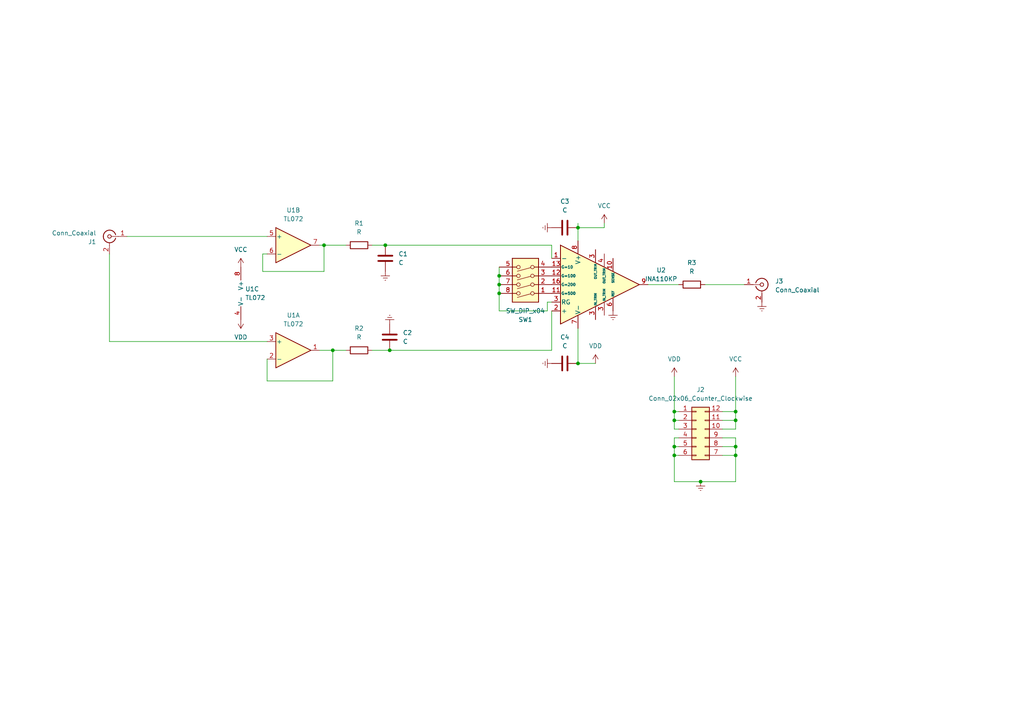
<source format=kicad_sch>
(kicad_sch (version 20230121) (generator eeschema)
  (paper "A4")
  (lib_symbols
    (symbol "Amplifier_Instrumentation_AKL:INA110KP" (pin_names (offset 0.2))
      (property "Reference" "U" (at 10.16 7.62 0))
      (property "Value" "INA110KP" (at 10.16 5.08 0))
      (symbol "INA110KP_0_1"
        (polyline (pts (xy -8.89 11.43) (xy -8.89 -11.43) (xy 13.97 0) (xy -8.89 11.43)) (stroke (width 0.254)) (fill (type background)))
      )
      (symbol "INA110KP_1_1"
        (pin input line (at -11.43 7.62 0) (length 2.54) (name "-") (number "1"))
        (pin input line (at 6.35 7.62 270) (length 3.81) (name "SENSE") (number "10"))
        (pin passive line (at -11.43 -2.54 0) (length 2.54) (name "G=500") (number "11"))
        (pin passive line (at -11.43 2.54 0) (length 2.54) (name "G=100") (number "12"))
        (pin passive line (at -11.43 5.08 0) (length 2.54) (name "G=10") (number "13"))
        (pin passive line (at -11.43 0 0) (length 2.54) (name "G=200") (number "16"))
        (pin input line (at -11.43 -7.62 0) (length 2.54) (name "+") (number "2"))
        (pin passive line (at 1.27 -10.16 90) (length 3.81) (name "IN_TRIM") (number "3"))
        (pin passive line (at 3.81 -8.89 90) (length 3.81) (name "IN_TRIM") (number "3"))
        (pin passive line (at 1.27 10.16 270) (length 3.81) (name "OUT_TRIM") (number "3"))
        (pin passive line (at -11.43 -5.08 0) (length 2.54) (name "RG") (number "3"))
        (pin passive line (at 3.81 8.89 270) (length 3.81) (name "OUT_TRIM") (number "4"))
        (pin input line (at 6.35 -7.62 90) (length 3.81) (name "REF") (number "6"))
        (pin power_in line (at -3.81 -12.7 90) (length 3.81) (name "V-") (number "7"))
        (pin power_in line (at -3.81 12.7 270) (length 3.81) (name "V+") (number "8"))
        (pin output line (at 16.51 0 180) (length 2.54) (name "~") (number "9"))
      )
    )
    (symbol "Amplifier_Operational:TL072" (pin_names (offset 0.127))
      (property "Reference" "U" (at 0 5.08 0))
      (property "Value" "TL072" (at 0 -5.08 0))
      (symbol "TL072_1_1"
        (polyline (pts (xy -5.08 5.08) (xy 5.08 0) (xy -5.08 -5.08) (xy -5.08 5.08)) (stroke (width 0.254)) (fill (type background)))
        (pin output line (at 7.62 0 180) (length 2.54) (name "~") (number "1"))
        (pin input line (at -7.62 -2.54 0) (length 2.54) (name "-") (number "2"))
        (pin input line (at -7.62 2.54 0) (length 2.54) (name "+") (number "3"))
      )
      (symbol "TL072_2_1"
        (polyline (pts (xy -5.08 5.08) (xy 5.08 0) (xy -5.08 -5.08) (xy -5.08 5.08)) (stroke (width 0.254)) (fill (type background)))
        (pin input line (at -7.62 2.54 0) (length 2.54) (name "+") (number "5"))
        (pin input line (at -7.62 -2.54 0) (length 2.54) (name "-") (number "6"))
        (pin output line (at 7.62 0 180) (length 2.54) (name "~") (number "7"))
      )
      (symbol "TL072_3_1"
        (pin power_in line (at -2.54 -7.62 90) (length 3.81) (name "V-") (number "4"))
        (pin power_in line (at -2.54 7.62 270) (length 3.81) (name "V+") (number "8"))
      )
    )
    (symbol "Connector:Conn_Coaxial" (pin_names (offset 1.016) hide)
      (property "Reference" "J" (at 0.254 3.048 0))
      (property "Value" "Conn_Coaxial" (at 2.921 0 90))
      (symbol "Conn_Coaxial_0_1"
        (arc (start -1.778 -0.508) (mid 0.2311 -1.8066) (end 1.778 0) (stroke (width 0.254)))
        (polyline (pts (xy -2.54 0) (xy -0.508 0)))
        (polyline (pts (xy 0 -2.54) (xy 0 -1.778)))
        (circle (center 0 0) (radius 0.508) (stroke (width 0.2032)))
        (arc (start 1.778 0) (mid 0.2099 1.8101) (end -1.778 0.508) (stroke (width 0.254)))
      )
      (symbol "Conn_Coaxial_1_1"
        (pin passive line (at -5.08 0 0) (length 2.54) (name "In") (number "1"))
        (pin passive line (at 0 -5.08 90) (length 2.54) (name "Ext") (number "2"))
      )
    )
    (symbol "Connector_Generic:Conn_02x06_Counter_Clockwise" (pin_names (offset 1.016) hide)
      (property "Reference" "J" (at 1.27 7.62 0))
      (property "Value" "Conn_02x06_Counter_Clockwise" (at 1.27 -10.16 0))
      (symbol "Conn_02x06_Counter_Clockwise_1_1"
        (rectangle (start -1.27 -7.493) (end 0 -7.747) (stroke (width 0.1524)))
        (rectangle (start -1.27 -4.953) (end 0 -5.207) (stroke (width 0.1524)))
        (rectangle (start -1.27 -2.413) (end 0 -2.667) (stroke (width 0.1524)))
        (rectangle (start -1.27 0.127) (end 0 -0.127) (stroke (width 0.1524)))
        (rectangle (start -1.27 2.667) (end 0 2.413) (stroke (width 0.1524)))
        (rectangle (start -1.27 5.207) (end 0 4.953) (stroke (width 0.1524)))
        (rectangle (start -1.27 6.35) (end 3.81 -8.89) (stroke (width 0.254)) (fill (type background)))
        (rectangle (start 3.81 -7.493) (end 2.54 -7.747) (stroke (width 0.1524)))
        (rectangle (start 3.81 -4.953) (end 2.54 -5.207) (stroke (width 0.1524)))
        (rectangle (start 3.81 -2.413) (end 2.54 -2.667) (stroke (width 0.1524)))
        (rectangle (start 3.81 0.127) (end 2.54 -0.127) (stroke (width 0.1524)))
        (rectangle (start 3.81 2.667) (end 2.54 2.413) (stroke (width 0.1524)))
        (rectangle (start 3.81 5.207) (end 2.54 4.953) (stroke (width 0.1524)))
        (pin passive line (at -5.08 5.08 0) (length 3.81) (name "Pin_1") (number "1"))
        (pin passive line (at 7.62 0 180) (length 3.81) (name "Pin_10") (number "10"))
        (pin passive line (at 7.62 2.54 180) (length 3.81) (name "Pin_11") (number "11"))
        (pin passive line (at 7.62 5.08 180) (length 3.81) (name "Pin_12") (number "12"))
        (pin passive line (at -5.08 2.54 0) (length 3.81) (name "Pin_2") (number "2"))
        (pin passive line (at -5.08 0 0) (length 3.81) (name "Pin_3") (number "3"))
        (pin passive line (at -5.08 -2.54 0) (length 3.81) (name "Pin_4") (number "4"))
        (pin passive line (at -5.08 -5.08 0) (length 3.81) (name "Pin_5") (number "5"))
        (pin passive line (at -5.08 -7.62 0) (length 3.81) (name "Pin_6") (number "6"))
        (pin passive line (at 7.62 -7.62 180) (length 3.81) (name "Pin_7") (number "7"))
        (pin passive line (at 7.62 -5.08 180) (length 3.81) (name "Pin_8") (number "8"))
        (pin passive line (at 7.62 -2.54 180) (length 3.81) (name "Pin_9") (number "9"))
      )
    )
    (symbol "Device:C" (pin_numbers hide) (pin_names (offset 0.254))
      (property "Reference" "C" (at 0.635 2.54 0))
      (property "Value" "C" (at 0.635 -2.54 0))
      (symbol "C_0_1"
        (polyline (pts (xy -2.032 -0.762) (xy 2.032 -0.762)) (stroke (width 0.508)))
        (polyline (pts (xy -2.032 0.762) (xy 2.032 0.762)) (stroke (width 0.508)))
      )
      (symbol "C_1_1"
        (pin passive line (at 0 3.81 270) (length 2.794) (name "~") (number "1"))
        (pin passive line (at 0 -3.81 90) (length 2.794) (name "~") (number "2"))
      )
    )
    (symbol "Device:R" (pin_numbers hide) (pin_names (offset 0))
      (property "Reference" "R" (at 2.032 0 90))
      (property "Value" "R" (at 0 0 90))
      (symbol "R_0_1"
        (rectangle (start -1.016 -2.54) (end 1.016 2.54) (stroke (width 0.254)))
      )
      (symbol "R_1_1"
        (pin passive line (at 0 3.81 270) (length 1.27) (name "~") (number "1"))
        (pin passive line (at 0 -3.81 90) (length 1.27) (name "~") (number "2"))
      )
    )
    (symbol "Switch:SW_DIP_x04" (pin_names (offset 0) hide)
      (property "Reference" "SW" (at 0 8.89 0))
      (property "Value" "SW_DIP_x04" (at 0 -6.35 0))
      (symbol "SW_DIP_x04_0_0"
        (circle (center -2.032 -2.54) (radius 0.508))
        (circle (center -2.032 0) (radius 0.508))
        (circle (center -2.032 2.54) (radius 0.508))
        (circle (center -2.032 5.08) (radius 0.508))
        (polyline (pts (xy -1.524 -2.3876) (xy 2.3622 -1.3462)))
        (polyline (pts (xy -1.524 0.127) (xy 2.3622 1.1684)))
        (polyline (pts (xy -1.524 2.667) (xy 2.3622 3.7084)))
        (polyline (pts (xy -1.524 5.207) (xy 2.3622 6.2484)))
        (circle (center 2.032 -2.54) (radius 0.508))
        (circle (center 2.032 0) (radius 0.508))
        (circle (center 2.032 2.54) (radius 0.508))
        (circle (center 2.032 5.08) (radius 0.508))
      )
      (symbol "SW_DIP_x04_0_1"
        (rectangle (start -3.81 7.62) (end 3.81 -5.08) (stroke (width 0.254)) (fill (type background)))
      )
      (symbol "SW_DIP_x04_1_1"
        (pin passive line (at -7.62 5.08 0) (length 5.08) (name "~") (number "1"))
        (pin passive line (at -7.62 2.54 0) (length 5.08) (name "~") (number "2"))
        (pin passive line (at -7.62 0 0) (length 5.08) (name "~") (number "3"))
        (pin passive line (at -7.62 -2.54 0) (length 5.08) (name "~") (number "4"))
        (pin passive line (at 7.62 -2.54 180) (length 5.08) (name "~") (number "5"))
        (pin passive line (at 7.62 0 180) (length 5.08) (name "~") (number "6"))
        (pin passive line (at 7.62 2.54 180) (length 5.08) (name "~") (number "7"))
        (pin passive line (at 7.62 5.08 180) (length 5.08) (name "~") (number "8"))
      )
    )
    (symbol "power:Earth" (power) (pin_names (offset 0))
      (symbol "Earth_0_1"
        (polyline (pts (xy -0.635 -1.905) (xy 0.635 -1.905)))
        (polyline (pts (xy -0.127 -2.54) (xy 0.127 -2.54)))
        (polyline (pts (xy 0 -1.27) (xy 0 0)))
        (polyline (pts (xy 1.27 -1.27) (xy -1.27 -1.27)))
      )
      (symbol "Earth_1_1"
        (pin power_in line (at 0 0 270) (length 0) hide (name "Earth") (number "1"))
      )
    )
    (symbol "power:VCC" (power) (pin_names (offset 0))
      (property "Value" "VCC" (at 0 3.81 0))
      (symbol "VCC_0_1"
        (polyline (pts (xy -0.762 1.27) (xy 0 2.54)))
        (polyline (pts (xy 0 0) (xy 0 2.54)))
        (polyline (pts (xy 0 2.54) (xy 0.762 1.27)))
      )
      (symbol "VCC_1_1"
        (pin power_in line (at 0 0 90) (length 0) hide (name "VCC") (number "1"))
      )
    )
    (symbol "power:VDD" (power) (pin_names (offset 0))
      (property "Value" "VDD" (at 0 3.81 0))
      (symbol "VDD_0_1"
        (polyline (pts (xy -0.762 1.27) (xy 0 2.54)))
        (polyline (pts (xy 0 0) (xy 0 2.54)))
        (polyline (pts (xy 0 2.54) (xy 0.762 1.27)))
      )
      (symbol "VDD_1_1"
        (pin power_in line (at 0 0 90) (length 0) hide (name "VDD") (number "1"))
      )
    )
  )
  (junction (at 113.03 101.6))
  (junction (at 195.58 121.92))
  (junction (at 96.52 101.6))
  (junction (at 213.36 119.38))
  (junction (at 144.78 80.01))
  (junction (at 213.36 132.08))
  (junction (at 167.64 66.04))
  (junction (at 144.78 82.55))
  (junction (at 93.98 71.12))
  (junction (at 167.64 105.41))
  (junction (at 195.58 132.08))
  (junction (at 213.36 121.92))
  (junction (at 111.76 71.12))
  (junction (at 203.2 139.7))
  (junction (at 144.78 85.09))
  (junction (at 195.58 119.38))
  (junction (at 213.36 129.54))
  (junction (at 195.58 129.54))
  (wire (pts (xy 196.85 124.46) (xy 195.58 124.46)))
  (wire (pts (xy 196.85 82.55) (xy 187.96 82.55)))
  (wire (pts (xy 77.47 110.49) (xy 77.47 104.14)))
  (wire (pts (xy 31.75 99.06) (xy 77.47 99.06)))
  (wire (pts (xy 209.55 121.92) (xy 213.36 121.92)))
  (wire (pts (xy 195.58 121.92) (xy 195.58 124.46)))
  (wire (pts (xy 213.36 139.7) (xy 213.36 132.08)))
  (wire (pts (xy 92.71 101.6) (xy 96.52 101.6)))
  (wire (pts (xy 204.47 82.55) (xy 215.9 82.55)))
  (wire (pts (xy 213.36 129.54) (xy 213.36 127)))
  (wire (pts (xy 144.78 90.17) (xy 158.75 90.17)))
  (wire (pts (xy 195.58 132.08) (xy 195.58 139.7)))
  (wire (pts (xy 107.95 71.12) (xy 111.76 71.12)))
  (wire (pts (xy 158.75 90.17) (xy 158.75 87.63)))
  (wire (pts (xy 144.78 82.55) (xy 144.78 80.01)))
  (wire (pts (xy 209.55 129.54) (xy 213.36 129.54)))
  (wire (pts (xy 144.78 80.01) (xy 144.78 77.47)))
  (wire (pts (xy 160.02 101.6) (xy 160.02 90.17)))
  (wire (pts (xy 196.85 121.92) (xy 195.58 121.92)))
  (wire (pts (xy 93.98 78.74) (xy 93.98 71.12)))
  (wire (pts (xy 209.55 132.08) (xy 213.36 132.08)))
  (wire (pts (xy 209.55 119.38) (xy 213.36 119.38)))
  (wire (pts (xy 213.36 121.92) (xy 213.36 119.38)))
  (wire (pts (xy 167.64 105.41) (xy 167.64 95.25)))
  (wire (pts (xy 113.03 101.6) (xy 160.02 101.6)))
  (wire (pts (xy 195.58 129.54) (xy 196.85 129.54)))
  (wire (pts (xy 144.78 85.09) (xy 144.78 82.55)))
  (wire (pts (xy 195.58 119.38) (xy 196.85 119.38)))
  (wire (pts (xy 160.02 71.12) (xy 160.02 74.93)))
  (wire (pts (xy 111.76 71.12) (xy 160.02 71.12)))
  (wire (pts (xy 203.2 139.7) (xy 213.36 139.7)))
  (wire (pts (xy 213.36 119.38) (xy 213.36 109.22)))
  (wire (pts (xy 213.36 124.46) (xy 213.36 121.92)))
  (wire (pts (xy 96.52 110.49) (xy 96.52 101.6)))
  (wire (pts (xy 195.58 119.38) (xy 195.58 109.22)))
  (wire (pts (xy 77.47 110.49) (xy 96.52 110.49)))
  (wire (pts (xy 195.58 139.7) (xy 203.2 139.7)))
  (wire (pts (xy 76.2 73.66) (xy 77.47 73.66)))
  (wire (pts (xy 175.26 64.77) (xy 175.26 66.04)))
  (wire (pts (xy 167.64 64.77) (xy 167.64 66.04)))
  (wire (pts (xy 195.58 127) (xy 196.85 127)))
  (wire (pts (xy 158.75 87.63) (xy 160.02 87.63)))
  (wire (pts (xy 31.75 73.66) (xy 31.75 99.06)))
  (wire (pts (xy 213.36 132.08) (xy 213.36 129.54)))
  (wire (pts (xy 209.55 124.46) (xy 213.36 124.46)))
  (wire (pts (xy 167.64 105.41) (xy 172.72 105.41)))
  (wire (pts (xy 195.58 127) (xy 195.58 129.54)))
  (wire (pts (xy 144.78 85.09) (xy 144.78 90.17)))
  (wire (pts (xy 76.2 78.74) (xy 93.98 78.74)))
  (wire (pts (xy 76.2 78.74) (xy 76.2 73.66)))
  (wire (pts (xy 96.52 101.6) (xy 100.33 101.6)))
  (wire (pts (xy 209.55 127) (xy 213.36 127)))
  (wire (pts (xy 93.98 71.12) (xy 100.33 71.12)))
  (wire (pts (xy 167.64 66.04) (xy 167.64 69.85)))
  (wire (pts (xy 92.71 71.12) (xy 93.98 71.12)))
  (wire (pts (xy 167.64 66.04) (xy 175.26 66.04)))
  (wire (pts (xy 195.58 132.08) (xy 196.85 132.08)))
  (wire (pts (xy 36.83 68.58) (xy 77.47 68.58)))
  (wire (pts (xy 195.58 121.92) (xy 195.58 119.38)))
  (wire (pts (xy 107.95 101.6) (xy 113.03 101.6)))
  (wire (pts (xy 195.58 129.54) (xy 195.58 132.08)))
  (symbol (lib_id "power:VDD") (at 195.58 109.22 0) (unit 1)
    (property "Reference" "#PWR0113" (effects hide))
    (property "Value" "VDD" (at 195.58 104.14 0))
  )
  (symbol (lib_id "power:Earth") (at 160.02 105.41 270) (unit 1)
    (property "Reference" "#PWR02" (effects hide))
    (property "Value" "Earth" (effects hide))
  )
  (symbol (lib_id "Device:C") (at 163.83 105.41 90) (unit 1)
    (property "Reference" "C4" (at 163.83 97.79 90))
    (property "Value" "C" (at 163.83 100.33 90))
    (property "Footprint" "Capacitor_THT:CP_Radial_D4.0mm_P2.00mm" (effects hide))
  )
  (symbol (lib_id "power:Earth") (at 111.76 78.74 0) (unit 1)
    (property "Reference" "#PWR0104" (effects hide))
    (property "Value" "Earth" (effects hide))
  )
  (symbol (lib_id "power:Earth") (at 177.8 90.17 0) (unit 1)
    (property "Reference" "#PWR01" (effects hide))
    (property "Value" "Earth" (effects hide))
  )
  (symbol (lib_id "power:VCC") (at 175.26 64.77 0) (unit 1)
    (property "Reference" "#PWR0102" (effects hide))
    (property "Value" "VCC" (at 175.26 59.69 0))
  )
  (symbol (lib_id "power:Earth") (at 113.03 93.98 180) (unit 1)
    (property "Reference" "#PWR0107" (effects hide))
    (property "Value" "Earth" (effects hide))
  )
  (symbol (lib_id "Amplifier_Operational:TL072") (at 85.09 101.6 0) (unit 1)
    (property "Reference" "U1" (at 85.09 91.44 0))
    (property "Value" "TL072" (at 85.09 93.98 0))
    (property "Footprint" "Package_DIP_AKL:DIP-8_W7.62mm" (effects hide))
    (property "Datasheet" "http://www.ti.com/lit/ds/symlink/tl071.pdf" (effects hide))
  )
  (symbol (lib_id "Device:C") (at 163.83 66.04 90) (unit 1)
    (property "Reference" "C3" (at 163.83 58.42 90))
    (property "Value" "C" (at 163.83 60.96 90))
    (property "Footprint" "Capacitor_THT:CP_Radial_D4.0mm_P2.00mm" (effects hide))
  )
  (symbol (lib_id "power:VDD") (at 69.85 92.71 180) (unit 1)
    (property "Reference" "#PWR0109" (effects hide))
    (property "Value" "VDD" (at 69.85 97.79 0))
  )
  (symbol (lib_id "power:Earth") (at 160.02 66.04 270) (unit 1)
    (property "Reference" "#PWR0105" (effects hide))
    (property "Value" "Earth" (effects hide))
  )
  (symbol (lib_id "Device:C") (at 111.76 74.93 0) (unit 1)
    (property "Reference" "C1" (at 115.57 73.66 0) (effects (justify left)))
    (property "Value" "C" (at 115.57 76.2 0) (effects (justify left)))
    (property "Footprint" "Capacitor_THT:CP_Radial_D5.0mm_P2.50mm" (effects hide))
  )
  (symbol (lib_id "Device:C") (at 113.03 97.79 180) (unit 1)
    (property "Reference" "C2" (at 116.84 96.52 0) (effects (justify right)))
    (property "Value" "C" (at 116.84 99.06 0) (effects (justify right)))
    (property "Footprint" "Capacitor_THT:CP_Radial_D5.0mm_P2.50mm" (effects hide))
  )
  (symbol (lib_id "Connector_Generic:Conn_02x06_Counter_Clockwise") (at 201.93 124.46 0) (unit 1)
    (property "Reference" "J2" (at 203.2 113.03 0))
    (property "Value" "Conn_02x06_Counter_Clockwise" (at 203.2 115.57 0))
    (property "Footprint" "Connector_IDC:IDC-Header_2x06_P2.54mm_Vertical" (effects hide))
  )
  (symbol (lib_id "Device:R") (at 200.66 82.55 90) (unit 1)
    (property "Reference" "R3" (at 200.66 76.2 90))
    (property "Value" "R" (at 200.66 78.74 90))
    (property "Footprint" "Resistor_THT:R_Axial_DIN0207_L6.3mm_D2.5mm_P10.16mm_Horizontal" (effects hide))
  )
  (symbol (lib_id "power:VCC") (at 213.36 109.22 0) (unit 1)
    (property "Reference" "#PWR0112" (effects hide))
    (property "Value" "VCC" (at 213.36 104.14 0))
  )
  (symbol (lib_id "Connector:Conn_Coaxial") (at 220.98 82.55 0) (unit 1)
    (property "Reference" "J3" (at 224.79 81.5732 0) (effects (justify left)))
    (property "Value" "Conn_Coaxial" (at 224.79 84.1132 0) (effects (justify left)))
    (property "Footprint" "Connector_Coaxial:BNC_Amphenol_B6252HB-NPP3G-50_Horizontal" (effects hide))
    (property "Datasheet" " ~" (effects hide))
  )
  (symbol (lib_id "Device:R") (at 104.14 71.12 90) (unit 1)
    (property "Reference" "R1" (at 104.14 64.77 90))
    (property "Value" "R" (at 104.14 67.31 90))
    (property "Footprint" "Resistor_THT:R_Axial_DIN0207_L6.3mm_D2.5mm_P10.16mm_Horizontal" (effects hide))
  )
  (symbol (lib_id "Amplifier_Operational:TL072") (at 72.39 85.09 0) (unit 3)
    (property "Reference" "U1" (at 71.12 83.82 0) (effects (justify left)))
    (property "Value" "TL072" (at 71.12 86.36 0) (effects (justify left)))
    (property "Footprint" "Package_DIP_AKL:DIP-8_W7.62mm" (effects hide))
    (property "Datasheet" "http://www.ti.com/lit/ds/symlink/tl071.pdf" (effects hide))
  )
  (symbol (lib_id "power:VCC") (at 69.85 77.47 0) (unit 1)
    (property "Reference" "#PWR0108" (effects hide))
    (property "Value" "VCC" (at 69.85 72.39 0))
  )
  (symbol (lib_id "Switch:SW_DIP_x04") (at 152.4 80.01 180) (unit 1)
    (property "Reference" "SW1" (at 152.4 92.71 0))
    (property "Value" "SW_DIP_x04" (at 152.4 90.17 0))
    (property "Footprint" "Button_Switch_THT:SW_DIP_SPSTx04_Slide_9.78x12.34mm_W7.62mm_P2.54mm" (effects hide))
  )
  (symbol (lib_id "power:VDD") (at 172.72 105.41 0) (unit 1)
    (property "Reference" "#PWR0101" (effects hide))
    (property "Value" "VDD" (at 172.72 100.33 0))
  )
  (symbol (lib_id "power:Earth") (at 220.98 87.63 0) (unit 1)
    (property "Reference" "#PWR0111" (effects hide))
    (property "Value" "Earth" (effects hide))
  )
  (symbol (lib_id "Device:R") (at 104.14 101.6 90) (unit 1)
    (property "Reference" "R2" (at 104.14 95.25 90))
    (property "Value" "R" (at 104.14 97.79 90))
    (property "Footprint" "Resistor_THT:R_Axial_DIN0207_L6.3mm_D2.5mm_P10.16mm_Horizontal" (effects hide))
  )
  (symbol (lib_id "Amplifier_Instrumentation_AKL:INA110KP") (at 171.45 82.55 0) (unit 1)
    (property "Reference" "U2" (at 191.77 78.3591 0))
    (property "Value" "INA110KP" (at 191.77 80.8991 0))
    (property "Footprint" "Package_DIP_AKL:DIP-16_W7.62mm_LongPads" (effects hide))
    (property "Datasheet" "https://www.ti.com/lit/ds/symlink/ina110.pdf?ts=1630663806618&ref_url=https%253A%252F%252Fwww.ti.com%252Fproduct%252FINA110" (effects hide))
  )
  (symbol (lib_id "Amplifier_Operational:TL072") (at 85.09 71.12 0) (unit 2)
    (property "Reference" "U1" (at 85.09 60.96 0))
    (property "Value" "TL072" (at 85.09 63.5 0))
    (property "Footprint" "Package_DIP_AKL:DIP-8_W7.62mm" (effects hide))
    (property "Datasheet" "http://www.ti.com/lit/ds/symlink/tl071.pdf" (effects hide))
  )
  (symbol (lib_id "Connector:Conn_Coaxial") (at 31.75 68.58 0) (mirror y) (unit 1)
    (property "Reference" "J1" (at 27.94 70.1432 0) (effects (justify left)))
    (property "Value" "Conn_Coaxial" (at 27.94 67.6032 0) (effects (justify left)))
    (property "Footprint" "Connector_Coaxial:BNC_Amphenol_B6252HB-NPP3G-50_Horizontal" (effects hide))
    (property "Datasheet" " ~" (effects hide))
  )
  (symbol (lib_id "power:Earth") (at 203.2 139.7 0) (unit 1)
    (property "Reference" "#PWR0110" (effects hide))
    (property "Value" "Earth" (effects hide))
  )
)
</source>
